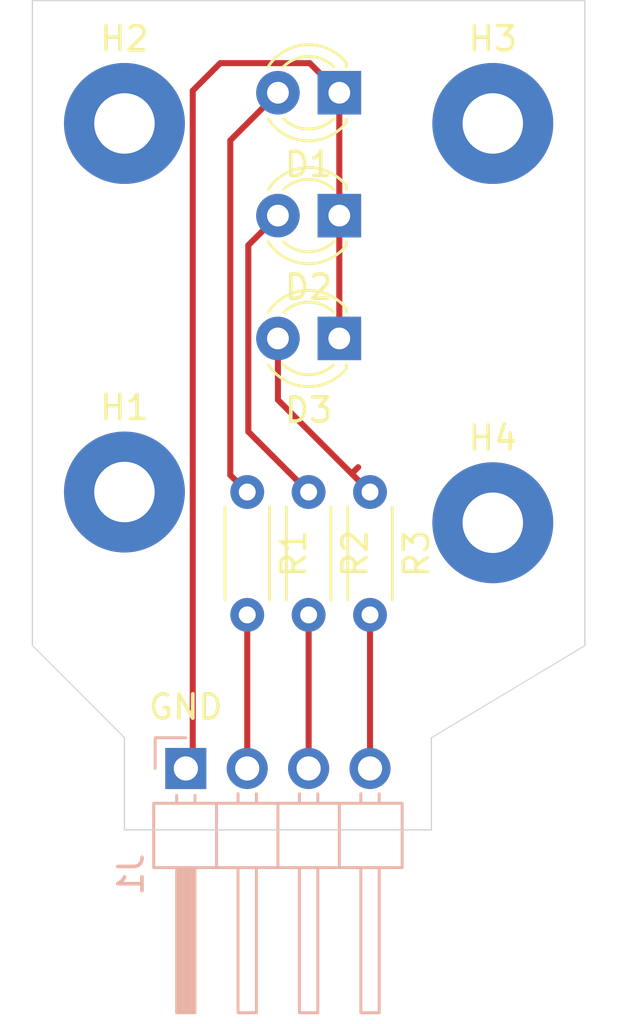
<source format=kicad_pcb>
(kicad_pcb (version 20171130) (host pcbnew "(5.1.9)-1")

  (general
    (thickness 1.6)
    (drawings 9)
    (tracks 19)
    (zones 0)
    (modules 11)
    (nets 8)
  )

  (page A4)
  (layers
    (0 F.Cu signal)
    (31 B.Cu signal)
    (32 B.Adhes user)
    (33 F.Adhes user)
    (34 B.Paste user)
    (35 F.Paste user)
    (36 B.SilkS user)
    (37 F.SilkS user)
    (38 B.Mask user)
    (39 F.Mask user)
    (40 Dwgs.User user)
    (41 Cmts.User user)
    (42 Eco1.User user)
    (43 Eco2.User user)
    (44 Edge.Cuts user)
    (45 Margin user)
    (46 B.CrtYd user)
    (47 F.CrtYd user)
    (48 B.Fab user)
    (49 F.Fab user)
  )

  (setup
    (last_trace_width 0.25)
    (trace_clearance 0.2)
    (zone_clearance 0.508)
    (zone_45_only no)
    (trace_min 0.2)
    (via_size 0.8)
    (via_drill 0.4)
    (via_min_size 0.4)
    (via_min_drill 0.3)
    (uvia_size 0.3)
    (uvia_drill 0.1)
    (uvias_allowed no)
    (uvia_min_size 0.2)
    (uvia_min_drill 0.1)
    (edge_width 0.05)
    (segment_width 0.2)
    (pcb_text_width 0.3)
    (pcb_text_size 1.5 1.5)
    (mod_edge_width 0.12)
    (mod_text_size 1 1)
    (mod_text_width 0.15)
    (pad_size 1.524 1.524)
    (pad_drill 0.762)
    (pad_to_mask_clearance 0)
    (aux_axis_origin 0 0)
    (visible_elements FFFFFF7F)
    (pcbplotparams
      (layerselection 0x010fc_ffffffff)
      (usegerberextensions false)
      (usegerberattributes true)
      (usegerberadvancedattributes true)
      (creategerberjobfile true)
      (excludeedgelayer true)
      (linewidth 0.100000)
      (plotframeref false)
      (viasonmask false)
      (mode 1)
      (useauxorigin false)
      (hpglpennumber 1)
      (hpglpenspeed 20)
      (hpglpendiameter 15.000000)
      (psnegative false)
      (psa4output false)
      (plotreference true)
      (plotvalue true)
      (plotinvisibletext false)
      (padsonsilk false)
      (subtractmaskfromsilk false)
      (outputformat 1)
      (mirror false)
      (drillshape 1)
      (scaleselection 1)
      (outputdirectory ""))
  )

  (net 0 "")
  (net 1 "Net-(D1-Pad1)")
  (net 2 "Net-(D1-Pad2)")
  (net 3 "Net-(D2-Pad2)")
  (net 4 "Net-(D3-Pad2)")
  (net 5 "Net-(J1-Pad2)")
  (net 6 "Net-(J1-Pad3)")
  (net 7 "Net-(J1-Pad4)")

  (net_class Default "This is the default net class."
    (clearance 0.2)
    (trace_width 0.25)
    (via_dia 0.8)
    (via_drill 0.4)
    (uvia_dia 0.3)
    (uvia_drill 0.1)
    (add_net "Net-(D1-Pad1)")
    (add_net "Net-(D1-Pad2)")
    (add_net "Net-(D2-Pad2)")
    (add_net "Net-(D3-Pad2)")
    (add_net "Net-(J1-Pad2)")
    (add_net "Net-(J1-Pad3)")
    (add_net "Net-(J1-Pad4)")
  )

  (module LED_THT:LED_D3.0mm (layer F.Cu) (tedit 587A3A7B) (tstamp 61E62BBF)
    (at 153.67 96.52 180)
    (descr "LED, diameter 3.0mm, 2 pins")
    (tags "LED diameter 3.0mm 2 pins")
    (path /61E68032)
    (fp_text reference D1 (at 1.27 -2.96) (layer F.SilkS)
      (effects (font (size 1 1) (thickness 0.15)))
    )
    (fp_text value LED (at 1.27 2.96) (layer F.Fab)
      (effects (font (size 1 1) (thickness 0.15)))
    )
    (fp_line (start 3.7 -2.25) (end -1.15 -2.25) (layer F.CrtYd) (width 0.05))
    (fp_line (start 3.7 2.25) (end 3.7 -2.25) (layer F.CrtYd) (width 0.05))
    (fp_line (start -1.15 2.25) (end 3.7 2.25) (layer F.CrtYd) (width 0.05))
    (fp_line (start -1.15 -2.25) (end -1.15 2.25) (layer F.CrtYd) (width 0.05))
    (fp_line (start -0.29 1.08) (end -0.29 1.236) (layer F.SilkS) (width 0.12))
    (fp_line (start -0.29 -1.236) (end -0.29 -1.08) (layer F.SilkS) (width 0.12))
    (fp_line (start -0.23 -1.16619) (end -0.23 1.16619) (layer F.Fab) (width 0.1))
    (fp_circle (center 1.27 0) (end 2.77 0) (layer F.Fab) (width 0.1))
    (fp_arc (start 1.27 0) (end -0.23 -1.16619) (angle 284.3) (layer F.Fab) (width 0.1))
    (fp_arc (start 1.27 0) (end -0.29 -1.235516) (angle 108.8) (layer F.SilkS) (width 0.12))
    (fp_arc (start 1.27 0) (end -0.29 1.235516) (angle -108.8) (layer F.SilkS) (width 0.12))
    (fp_arc (start 1.27 0) (end 0.229039 -1.08) (angle 87.9) (layer F.SilkS) (width 0.12))
    (fp_arc (start 1.27 0) (end 0.229039 1.08) (angle -87.9) (layer F.SilkS) (width 0.12))
    (pad 1 thru_hole rect (at 0 0 180) (size 1.8 1.8) (drill 0.9) (layers *.Cu *.Mask)
      (net 1 "Net-(D1-Pad1)"))
    (pad 2 thru_hole circle (at 2.54 0 180) (size 1.8 1.8) (drill 0.9) (layers *.Cu *.Mask)
      (net 2 "Net-(D1-Pad2)"))
    (model ${KISYS3DMOD}/LED_THT.3dshapes/LED_D3.0mm.wrl
      (at (xyz 0 0 0))
      (scale (xyz 1 1 1))
      (rotate (xyz 0 0 0))
    )
  )

  (module LED_THT:LED_D3.0mm (layer F.Cu) (tedit 587A3A7B) (tstamp 61E62BD2)
    (at 153.67 101.6 180)
    (descr "LED, diameter 3.0mm, 2 pins")
    (tags "LED diameter 3.0mm 2 pins")
    (path /61E6D3ED)
    (fp_text reference D2 (at 1.27 -2.96) (layer F.SilkS)
      (effects (font (size 1 1) (thickness 0.15)))
    )
    (fp_text value LED (at 1.27 2.96) (layer F.Fab)
      (effects (font (size 1 1) (thickness 0.15)))
    )
    (fp_arc (start 1.27 0) (end 0.229039 1.08) (angle -87.9) (layer F.SilkS) (width 0.12))
    (fp_arc (start 1.27 0) (end 0.229039 -1.08) (angle 87.9) (layer F.SilkS) (width 0.12))
    (fp_arc (start 1.27 0) (end -0.29 1.235516) (angle -108.8) (layer F.SilkS) (width 0.12))
    (fp_arc (start 1.27 0) (end -0.29 -1.235516) (angle 108.8) (layer F.SilkS) (width 0.12))
    (fp_arc (start 1.27 0) (end -0.23 -1.16619) (angle 284.3) (layer F.Fab) (width 0.1))
    (fp_circle (center 1.27 0) (end 2.77 0) (layer F.Fab) (width 0.1))
    (fp_line (start -0.23 -1.16619) (end -0.23 1.16619) (layer F.Fab) (width 0.1))
    (fp_line (start -0.29 -1.236) (end -0.29 -1.08) (layer F.SilkS) (width 0.12))
    (fp_line (start -0.29 1.08) (end -0.29 1.236) (layer F.SilkS) (width 0.12))
    (fp_line (start -1.15 -2.25) (end -1.15 2.25) (layer F.CrtYd) (width 0.05))
    (fp_line (start -1.15 2.25) (end 3.7 2.25) (layer F.CrtYd) (width 0.05))
    (fp_line (start 3.7 2.25) (end 3.7 -2.25) (layer F.CrtYd) (width 0.05))
    (fp_line (start 3.7 -2.25) (end -1.15 -2.25) (layer F.CrtYd) (width 0.05))
    (pad 2 thru_hole circle (at 2.54 0 180) (size 1.8 1.8) (drill 0.9) (layers *.Cu *.Mask)
      (net 3 "Net-(D2-Pad2)"))
    (pad 1 thru_hole rect (at 0 0 180) (size 1.8 1.8) (drill 0.9) (layers *.Cu *.Mask)
      (net 1 "Net-(D1-Pad1)"))
    (model ${KISYS3DMOD}/LED_THT.3dshapes/LED_D3.0mm.wrl
      (at (xyz 0 0 0))
      (scale (xyz 1 1 1))
      (rotate (xyz 0 0 0))
    )
  )

  (module LED_THT:LED_D3.0mm (layer F.Cu) (tedit 587A3A7B) (tstamp 61E62BE5)
    (at 153.67 106.68 180)
    (descr "LED, diameter 3.0mm, 2 pins")
    (tags "LED diameter 3.0mm 2 pins")
    (path /61E6DC45)
    (fp_text reference D3 (at 1.27 -2.96) (layer F.SilkS)
      (effects (font (size 1 1) (thickness 0.15)))
    )
    (fp_text value LED (at 1.27 2.96) (layer F.Fab)
      (effects (font (size 1 1) (thickness 0.15)))
    )
    (fp_line (start 3.7 -2.25) (end -1.15 -2.25) (layer F.CrtYd) (width 0.05))
    (fp_line (start 3.7 2.25) (end 3.7 -2.25) (layer F.CrtYd) (width 0.05))
    (fp_line (start -1.15 2.25) (end 3.7 2.25) (layer F.CrtYd) (width 0.05))
    (fp_line (start -1.15 -2.25) (end -1.15 2.25) (layer F.CrtYd) (width 0.05))
    (fp_line (start -0.29 1.08) (end -0.29 1.236) (layer F.SilkS) (width 0.12))
    (fp_line (start -0.29 -1.236) (end -0.29 -1.08) (layer F.SilkS) (width 0.12))
    (fp_line (start -0.23 -1.16619) (end -0.23 1.16619) (layer F.Fab) (width 0.1))
    (fp_circle (center 1.27 0) (end 2.77 0) (layer F.Fab) (width 0.1))
    (fp_arc (start 1.27 0) (end -0.23 -1.16619) (angle 284.3) (layer F.Fab) (width 0.1))
    (fp_arc (start 1.27 0) (end -0.29 -1.235516) (angle 108.8) (layer F.SilkS) (width 0.12))
    (fp_arc (start 1.27 0) (end -0.29 1.235516) (angle -108.8) (layer F.SilkS) (width 0.12))
    (fp_arc (start 1.27 0) (end 0.229039 -1.08) (angle 87.9) (layer F.SilkS) (width 0.12))
    (fp_arc (start 1.27 0) (end 0.229039 1.08) (angle -87.9) (layer F.SilkS) (width 0.12))
    (pad 1 thru_hole rect (at 0 0 180) (size 1.8 1.8) (drill 0.9) (layers *.Cu *.Mask)
      (net 1 "Net-(D1-Pad1)"))
    (pad 2 thru_hole circle (at 2.54 0 180) (size 1.8 1.8) (drill 0.9) (layers *.Cu *.Mask)
      (net 4 "Net-(D3-Pad2)"))
    (model ${KISYS3DMOD}/LED_THT.3dshapes/LED_D3.0mm.wrl
      (at (xyz 0 0 0))
      (scale (xyz 1 1 1))
      (rotate (xyz 0 0 0))
    )
  )

  (module MountingHole:MountingHole_2.5mm_Pad (layer F.Cu) (tedit 56D1B4CB) (tstamp 61E62BED)
    (at 144.78 113.03)
    (descr "Mounting Hole 2.5mm")
    (tags "mounting hole 2.5mm")
    (path /61E6DF4C)
    (attr virtual)
    (fp_text reference H1 (at 0 -3.5) (layer F.SilkS)
      (effects (font (size 1 1) (thickness 0.15)))
    )
    (fp_text value MountingHole (at 0 3.5) (layer F.Fab)
      (effects (font (size 1 1) (thickness 0.15)))
    )
    (fp_circle (center 0 0) (end 2.75 0) (layer F.CrtYd) (width 0.05))
    (fp_circle (center 0 0) (end 2.5 0) (layer Cmts.User) (width 0.15))
    (fp_text user %R (at 0.3 0) (layer F.Fab)
      (effects (font (size 1 1) (thickness 0.15)))
    )
    (pad 1 thru_hole circle (at 0 0) (size 5 5) (drill 2.5) (layers *.Cu *.Mask))
  )

  (module MountingHole:MountingHole_2.5mm_Pad (layer F.Cu) (tedit 56D1B4CB) (tstamp 61E62BF5)
    (at 144.78 97.79)
    (descr "Mounting Hole 2.5mm")
    (tags "mounting hole 2.5mm")
    (path /61E6E8EB)
    (attr virtual)
    (fp_text reference H2 (at 0 -3.5) (layer F.SilkS)
      (effects (font (size 1 1) (thickness 0.15)))
    )
    (fp_text value MountingHole (at 0 3.5) (layer F.Fab)
      (effects (font (size 1 1) (thickness 0.15)))
    )
    (fp_text user %R (at 0.3 0) (layer F.Fab)
      (effects (font (size 1 1) (thickness 0.15)))
    )
    (fp_circle (center 0 0) (end 2.5 0) (layer Cmts.User) (width 0.15))
    (fp_circle (center 0 0) (end 2.75 0) (layer F.CrtYd) (width 0.05))
    (pad 1 thru_hole circle (at 0 0) (size 5 5) (drill 2.5) (layers *.Cu *.Mask))
  )

  (module MountingHole:MountingHole_2.5mm_Pad (layer F.Cu) (tedit 56D1B4CB) (tstamp 61E62BFD)
    (at 160.02 97.79)
    (descr "Mounting Hole 2.5mm")
    (tags "mounting hole 2.5mm")
    (path /61E6EC37)
    (attr virtual)
    (fp_text reference H3 (at 0 -3.5) (layer F.SilkS)
      (effects (font (size 1 1) (thickness 0.15)))
    )
    (fp_text value MountingHole (at 0 3.5) (layer F.Fab)
      (effects (font (size 1 1) (thickness 0.15)))
    )
    (fp_circle (center 0 0) (end 2.75 0) (layer F.CrtYd) (width 0.05))
    (fp_circle (center 0 0) (end 2.5 0) (layer Cmts.User) (width 0.15))
    (fp_text user %R (at 0.3 0) (layer F.Fab)
      (effects (font (size 1 1) (thickness 0.15)))
    )
    (pad 1 thru_hole circle (at 0 0) (size 5 5) (drill 2.5) (layers *.Cu *.Mask))
  )

  (module MountingHole:MountingHole_2.5mm_Pad (layer F.Cu) (tedit 56D1B4CB) (tstamp 61E62C05)
    (at 160.02 114.3)
    (descr "Mounting Hole 2.5mm")
    (tags "mounting hole 2.5mm")
    (path /61E6EF52)
    (attr virtual)
    (fp_text reference H4 (at 0 -3.5) (layer F.SilkS)
      (effects (font (size 1 1) (thickness 0.15)))
    )
    (fp_text value MountingHole (at 0 3.5) (layer F.Fab)
      (effects (font (size 1 1) (thickness 0.15)))
    )
    (fp_text user %R (at 0.3 0) (layer F.Fab)
      (effects (font (size 1 1) (thickness 0.15)))
    )
    (fp_circle (center 0 0) (end 2.5 0) (layer Cmts.User) (width 0.15))
    (fp_circle (center 0 0) (end 2.75 0) (layer F.CrtYd) (width 0.05))
    (pad 1 thru_hole circle (at 0 0) (size 5 5) (drill 2.5) (layers *.Cu *.Mask))
  )

  (module Connector_PinHeader_2.54mm:PinHeader_1x04_P2.54mm_Horizontal (layer B.Cu) (tedit 59FED5CB) (tstamp 61E62C52)
    (at 147.32 124.46 270)
    (descr "Through hole angled pin header, 1x04, 2.54mm pitch, 6mm pin length, single row")
    (tags "Through hole angled pin header THT 1x04 2.54mm single row")
    (path /61E6A1E6)
    (fp_text reference J1 (at 4.385 2.27 270) (layer B.SilkS)
      (effects (font (size 1 1) (thickness 0.15)) (justify mirror))
    )
    (fp_text value Conn_01x04 (at 4.385 -9.89 270) (layer B.Fab)
      (effects (font (size 1 1) (thickness 0.15)) (justify mirror))
    )
    (fp_line (start 10.55 1.8) (end -1.8 1.8) (layer B.CrtYd) (width 0.05))
    (fp_line (start 10.55 -9.4) (end 10.55 1.8) (layer B.CrtYd) (width 0.05))
    (fp_line (start -1.8 -9.4) (end 10.55 -9.4) (layer B.CrtYd) (width 0.05))
    (fp_line (start -1.8 1.8) (end -1.8 -9.4) (layer B.CrtYd) (width 0.05))
    (fp_line (start -1.27 1.27) (end 0 1.27) (layer B.SilkS) (width 0.12))
    (fp_line (start -1.27 0) (end -1.27 1.27) (layer B.SilkS) (width 0.12))
    (fp_line (start 1.042929 -8) (end 1.44 -8) (layer B.SilkS) (width 0.12))
    (fp_line (start 1.042929 -7.24) (end 1.44 -7.24) (layer B.SilkS) (width 0.12))
    (fp_line (start 10.1 -8) (end 4.1 -8) (layer B.SilkS) (width 0.12))
    (fp_line (start 10.1 -7.24) (end 10.1 -8) (layer B.SilkS) (width 0.12))
    (fp_line (start 4.1 -7.24) (end 10.1 -7.24) (layer B.SilkS) (width 0.12))
    (fp_line (start 1.44 -6.35) (end 4.1 -6.35) (layer B.SilkS) (width 0.12))
    (fp_line (start 1.042929 -5.46) (end 1.44 -5.46) (layer B.SilkS) (width 0.12))
    (fp_line (start 1.042929 -4.7) (end 1.44 -4.7) (layer B.SilkS) (width 0.12))
    (fp_line (start 10.1 -5.46) (end 4.1 -5.46) (layer B.SilkS) (width 0.12))
    (fp_line (start 10.1 -4.7) (end 10.1 -5.46) (layer B.SilkS) (width 0.12))
    (fp_line (start 4.1 -4.7) (end 10.1 -4.7) (layer B.SilkS) (width 0.12))
    (fp_line (start 1.44 -3.81) (end 4.1 -3.81) (layer B.SilkS) (width 0.12))
    (fp_line (start 1.042929 -2.92) (end 1.44 -2.92) (layer B.SilkS) (width 0.12))
    (fp_line (start 1.042929 -2.16) (end 1.44 -2.16) (layer B.SilkS) (width 0.12))
    (fp_line (start 10.1 -2.92) (end 4.1 -2.92) (layer B.SilkS) (width 0.12))
    (fp_line (start 10.1 -2.16) (end 10.1 -2.92) (layer B.SilkS) (width 0.12))
    (fp_line (start 4.1 -2.16) (end 10.1 -2.16) (layer B.SilkS) (width 0.12))
    (fp_line (start 1.44 -1.27) (end 4.1 -1.27) (layer B.SilkS) (width 0.12))
    (fp_line (start 1.11 -0.38) (end 1.44 -0.38) (layer B.SilkS) (width 0.12))
    (fp_line (start 1.11 0.38) (end 1.44 0.38) (layer B.SilkS) (width 0.12))
    (fp_line (start 4.1 -0.28) (end 10.1 -0.28) (layer B.SilkS) (width 0.12))
    (fp_line (start 4.1 -0.16) (end 10.1 -0.16) (layer B.SilkS) (width 0.12))
    (fp_line (start 4.1 -0.04) (end 10.1 -0.04) (layer B.SilkS) (width 0.12))
    (fp_line (start 4.1 0.08) (end 10.1 0.08) (layer B.SilkS) (width 0.12))
    (fp_line (start 4.1 0.2) (end 10.1 0.2) (layer B.SilkS) (width 0.12))
    (fp_line (start 4.1 0.32) (end 10.1 0.32) (layer B.SilkS) (width 0.12))
    (fp_line (start 10.1 -0.38) (end 4.1 -0.38) (layer B.SilkS) (width 0.12))
    (fp_line (start 10.1 0.38) (end 10.1 -0.38) (layer B.SilkS) (width 0.12))
    (fp_line (start 4.1 0.38) (end 10.1 0.38) (layer B.SilkS) (width 0.12))
    (fp_line (start 4.1 1.33) (end 1.44 1.33) (layer B.SilkS) (width 0.12))
    (fp_line (start 4.1 -8.95) (end 4.1 1.33) (layer B.SilkS) (width 0.12))
    (fp_line (start 1.44 -8.95) (end 4.1 -8.95) (layer B.SilkS) (width 0.12))
    (fp_line (start 1.44 1.33) (end 1.44 -8.95) (layer B.SilkS) (width 0.12))
    (fp_line (start 4.04 -7.94) (end 10.04 -7.94) (layer B.Fab) (width 0.1))
    (fp_line (start 10.04 -7.3) (end 10.04 -7.94) (layer B.Fab) (width 0.1))
    (fp_line (start 4.04 -7.3) (end 10.04 -7.3) (layer B.Fab) (width 0.1))
    (fp_line (start -0.32 -7.94) (end 1.5 -7.94) (layer B.Fab) (width 0.1))
    (fp_line (start -0.32 -7.3) (end -0.32 -7.94) (layer B.Fab) (width 0.1))
    (fp_line (start -0.32 -7.3) (end 1.5 -7.3) (layer B.Fab) (width 0.1))
    (fp_line (start 4.04 -5.4) (end 10.04 -5.4) (layer B.Fab) (width 0.1))
    (fp_line (start 10.04 -4.76) (end 10.04 -5.4) (layer B.Fab) (width 0.1))
    (fp_line (start 4.04 -4.76) (end 10.04 -4.76) (layer B.Fab) (width 0.1))
    (fp_line (start -0.32 -5.4) (end 1.5 -5.4) (layer B.Fab) (width 0.1))
    (fp_line (start -0.32 -4.76) (end -0.32 -5.4) (layer B.Fab) (width 0.1))
    (fp_line (start -0.32 -4.76) (end 1.5 -4.76) (layer B.Fab) (width 0.1))
    (fp_line (start 4.04 -2.86) (end 10.04 -2.86) (layer B.Fab) (width 0.1))
    (fp_line (start 10.04 -2.22) (end 10.04 -2.86) (layer B.Fab) (width 0.1))
    (fp_line (start 4.04 -2.22) (end 10.04 -2.22) (layer B.Fab) (width 0.1))
    (fp_line (start -0.32 -2.86) (end 1.5 -2.86) (layer B.Fab) (width 0.1))
    (fp_line (start -0.32 -2.22) (end -0.32 -2.86) (layer B.Fab) (width 0.1))
    (fp_line (start -0.32 -2.22) (end 1.5 -2.22) (layer B.Fab) (width 0.1))
    (fp_line (start 4.04 -0.32) (end 10.04 -0.32) (layer B.Fab) (width 0.1))
    (fp_line (start 10.04 0.32) (end 10.04 -0.32) (layer B.Fab) (width 0.1))
    (fp_line (start 4.04 0.32) (end 10.04 0.32) (layer B.Fab) (width 0.1))
    (fp_line (start -0.32 -0.32) (end 1.5 -0.32) (layer B.Fab) (width 0.1))
    (fp_line (start -0.32 0.32) (end -0.32 -0.32) (layer B.Fab) (width 0.1))
    (fp_line (start -0.32 0.32) (end 1.5 0.32) (layer B.Fab) (width 0.1))
    (fp_line (start 1.5 0.635) (end 2.135 1.27) (layer B.Fab) (width 0.1))
    (fp_line (start 1.5 -8.89) (end 1.5 0.635) (layer B.Fab) (width 0.1))
    (fp_line (start 4.04 -8.89) (end 1.5 -8.89) (layer B.Fab) (width 0.1))
    (fp_line (start 4.04 1.27) (end 4.04 -8.89) (layer B.Fab) (width 0.1))
    (fp_line (start 2.135 1.27) (end 4.04 1.27) (layer B.Fab) (width 0.1))
    (fp_text user %R (at 2.77 -3.81) (layer B.Fab)
      (effects (font (size 1 1) (thickness 0.15)) (justify mirror))
    )
    (pad 1 thru_hole rect (at 0 0 270) (size 1.7 1.7) (drill 1) (layers *.Cu *.Mask)
      (net 1 "Net-(D1-Pad1)"))
    (pad 2 thru_hole oval (at 0 -2.54 270) (size 1.7 1.7) (drill 1) (layers *.Cu *.Mask)
      (net 5 "Net-(J1-Pad2)"))
    (pad 3 thru_hole oval (at 0 -5.08 270) (size 1.7 1.7) (drill 1) (layers *.Cu *.Mask)
      (net 6 "Net-(J1-Pad3)"))
    (pad 4 thru_hole oval (at 0 -7.62 270) (size 1.7 1.7) (drill 1) (layers *.Cu *.Mask)
      (net 7 "Net-(J1-Pad4)"))
    (model ${KISYS3DMOD}/Connector_PinHeader_2.54mm.3dshapes/PinHeader_1x04_P2.54mm_Horizontal.wrl
      (at (xyz 0 0 0))
      (scale (xyz 1 1 1))
      (rotate (xyz 0 0 0))
    )
  )

  (module Resistor_THT:R_Axial_DIN0204_L3.6mm_D1.6mm_P5.08mm_Horizontal (layer F.Cu) (tedit 5AE5139B) (tstamp 61E62C65)
    (at 149.86 113.03 270)
    (descr "Resistor, Axial_DIN0204 series, Axial, Horizontal, pin pitch=5.08mm, 0.167W, length*diameter=3.6*1.6mm^2, http://cdn-reichelt.de/documents/datenblatt/B400/1_4W%23YAG.pdf")
    (tags "Resistor Axial_DIN0204 series Axial Horizontal pin pitch 5.08mm 0.167W length 3.6mm diameter 1.6mm")
    (path /61E695B0)
    (fp_text reference R1 (at 2.54 -1.92 90) (layer F.SilkS)
      (effects (font (size 1 1) (thickness 0.15)))
    )
    (fp_text value R (at 2.54 1.92 90) (layer F.Fab)
      (effects (font (size 1 1) (thickness 0.15)))
    )
    (fp_line (start 6.03 -1.05) (end -0.95 -1.05) (layer F.CrtYd) (width 0.05))
    (fp_line (start 6.03 1.05) (end 6.03 -1.05) (layer F.CrtYd) (width 0.05))
    (fp_line (start -0.95 1.05) (end 6.03 1.05) (layer F.CrtYd) (width 0.05))
    (fp_line (start -0.95 -1.05) (end -0.95 1.05) (layer F.CrtYd) (width 0.05))
    (fp_line (start 0.62 0.92) (end 4.46 0.92) (layer F.SilkS) (width 0.12))
    (fp_line (start 0.62 -0.92) (end 4.46 -0.92) (layer F.SilkS) (width 0.12))
    (fp_line (start 5.08 0) (end 4.34 0) (layer F.Fab) (width 0.1))
    (fp_line (start 0 0) (end 0.74 0) (layer F.Fab) (width 0.1))
    (fp_line (start 4.34 -0.8) (end 0.74 -0.8) (layer F.Fab) (width 0.1))
    (fp_line (start 4.34 0.8) (end 4.34 -0.8) (layer F.Fab) (width 0.1))
    (fp_line (start 0.74 0.8) (end 4.34 0.8) (layer F.Fab) (width 0.1))
    (fp_line (start 0.74 -0.8) (end 0.74 0.8) (layer F.Fab) (width 0.1))
    (fp_text user %R (at 2.54 0 90) (layer F.Fab)
      (effects (font (size 0.72 0.72) (thickness 0.108)))
    )
    (pad 1 thru_hole circle (at 0 0 270) (size 1.4 1.4) (drill 0.7) (layers *.Cu *.Mask)
      (net 2 "Net-(D1-Pad2)"))
    (pad 2 thru_hole oval (at 5.08 0 270) (size 1.4 1.4) (drill 0.7) (layers *.Cu *.Mask)
      (net 5 "Net-(J1-Pad2)"))
    (model ${KISYS3DMOD}/Resistor_THT.3dshapes/R_Axial_DIN0204_L3.6mm_D1.6mm_P5.08mm_Horizontal.wrl
      (at (xyz 0 0 0))
      (scale (xyz 1 1 1))
      (rotate (xyz 0 0 0))
    )
  )

  (module Resistor_THT:R_Axial_DIN0204_L3.6mm_D1.6mm_P5.08mm_Horizontal (layer F.Cu) (tedit 5AE5139B) (tstamp 61E62C78)
    (at 152.4 113.03 270)
    (descr "Resistor, Axial_DIN0204 series, Axial, Horizontal, pin pitch=5.08mm, 0.167W, length*diameter=3.6*1.6mm^2, http://cdn-reichelt.de/documents/datenblatt/B400/1_4W%23YAG.pdf")
    (tags "Resistor Axial_DIN0204 series Axial Horizontal pin pitch 5.08mm 0.167W length 3.6mm diameter 1.6mm")
    (path /61E6D3F3)
    (fp_text reference R2 (at 2.54 -1.92 90) (layer F.SilkS)
      (effects (font (size 1 1) (thickness 0.15)))
    )
    (fp_text value R (at 2.54 1.92 90) (layer F.Fab)
      (effects (font (size 1 1) (thickness 0.15)))
    )
    (fp_text user %R (at 2.54 0 90) (layer F.Fab)
      (effects (font (size 0.72 0.72) (thickness 0.108)))
    )
    (fp_line (start 0.74 -0.8) (end 0.74 0.8) (layer F.Fab) (width 0.1))
    (fp_line (start 0.74 0.8) (end 4.34 0.8) (layer F.Fab) (width 0.1))
    (fp_line (start 4.34 0.8) (end 4.34 -0.8) (layer F.Fab) (width 0.1))
    (fp_line (start 4.34 -0.8) (end 0.74 -0.8) (layer F.Fab) (width 0.1))
    (fp_line (start 0 0) (end 0.74 0) (layer F.Fab) (width 0.1))
    (fp_line (start 5.08 0) (end 4.34 0) (layer F.Fab) (width 0.1))
    (fp_line (start 0.62 -0.92) (end 4.46 -0.92) (layer F.SilkS) (width 0.12))
    (fp_line (start 0.62 0.92) (end 4.46 0.92) (layer F.SilkS) (width 0.12))
    (fp_line (start -0.95 -1.05) (end -0.95 1.05) (layer F.CrtYd) (width 0.05))
    (fp_line (start -0.95 1.05) (end 6.03 1.05) (layer F.CrtYd) (width 0.05))
    (fp_line (start 6.03 1.05) (end 6.03 -1.05) (layer F.CrtYd) (width 0.05))
    (fp_line (start 6.03 -1.05) (end -0.95 -1.05) (layer F.CrtYd) (width 0.05))
    (pad 2 thru_hole oval (at 5.08 0 270) (size 1.4 1.4) (drill 0.7) (layers *.Cu *.Mask)
      (net 6 "Net-(J1-Pad3)"))
    (pad 1 thru_hole circle (at 0 0 270) (size 1.4 1.4) (drill 0.7) (layers *.Cu *.Mask)
      (net 3 "Net-(D2-Pad2)"))
    (model ${KISYS3DMOD}/Resistor_THT.3dshapes/R_Axial_DIN0204_L3.6mm_D1.6mm_P5.08mm_Horizontal.wrl
      (at (xyz 0 0 0))
      (scale (xyz 1 1 1))
      (rotate (xyz 0 0 0))
    )
  )

  (module Resistor_THT:R_Axial_DIN0204_L3.6mm_D1.6mm_P5.08mm_Horizontal (layer F.Cu) (tedit 5AE5139B) (tstamp 61E62C8B)
    (at 154.94 113.03 270)
    (descr "Resistor, Axial_DIN0204 series, Axial, Horizontal, pin pitch=5.08mm, 0.167W, length*diameter=3.6*1.6mm^2, http://cdn-reichelt.de/documents/datenblatt/B400/1_4W%23YAG.pdf")
    (tags "Resistor Axial_DIN0204 series Axial Horizontal pin pitch 5.08mm 0.167W length 3.6mm diameter 1.6mm")
    (path /61E6DC4B)
    (fp_text reference R3 (at 2.54 -1.92 90) (layer F.SilkS)
      (effects (font (size 1 1) (thickness 0.15)))
    )
    (fp_text value R (at 2.54 1.92 90) (layer F.Fab)
      (effects (font (size 1 1) (thickness 0.15)))
    )
    (fp_line (start 6.03 -1.05) (end -0.95 -1.05) (layer F.CrtYd) (width 0.05))
    (fp_line (start 6.03 1.05) (end 6.03 -1.05) (layer F.CrtYd) (width 0.05))
    (fp_line (start -0.95 1.05) (end 6.03 1.05) (layer F.CrtYd) (width 0.05))
    (fp_line (start -0.95 -1.05) (end -0.95 1.05) (layer F.CrtYd) (width 0.05))
    (fp_line (start 0.62 0.92) (end 4.46 0.92) (layer F.SilkS) (width 0.12))
    (fp_line (start 0.62 -0.92) (end 4.46 -0.92) (layer F.SilkS) (width 0.12))
    (fp_line (start 5.08 0) (end 4.34 0) (layer F.Fab) (width 0.1))
    (fp_line (start 0 0) (end 0.74 0) (layer F.Fab) (width 0.1))
    (fp_line (start 4.34 -0.8) (end 0.74 -0.8) (layer F.Fab) (width 0.1))
    (fp_line (start 4.34 0.8) (end 4.34 -0.8) (layer F.Fab) (width 0.1))
    (fp_line (start 0.74 0.8) (end 4.34 0.8) (layer F.Fab) (width 0.1))
    (fp_line (start 0.74 -0.8) (end 0.74 0.8) (layer F.Fab) (width 0.1))
    (fp_text user %R (at 2.54 0 90) (layer F.Fab)
      (effects (font (size 0.72 0.72) (thickness 0.108)))
    )
    (pad 1 thru_hole circle (at 0 0 270) (size 1.4 1.4) (drill 0.7) (layers *.Cu *.Mask)
      (net 4 "Net-(D3-Pad2)"))
    (pad 2 thru_hole oval (at 5.08 0 270) (size 1.4 1.4) (drill 0.7) (layers *.Cu *.Mask)
      (net 7 "Net-(J1-Pad4)"))
    (model ${KISYS3DMOD}/Resistor_THT.3dshapes/R_Axial_DIN0204_L3.6mm_D1.6mm_P5.08mm_Horizontal.wrl
      (at (xyz 0 0 0))
      (scale (xyz 1 1 1))
      (rotate (xyz 0 0 0))
    )
  )

  (gr_text "GND\n" (at 147.32 121.92) (layer F.SilkS)
    (effects (font (size 1 1) (thickness 0.15)))
  )
  (gr_line (start 140.97 92.71) (end 163.83 92.71) (layer Edge.Cuts) (width 0.05) (tstamp 61E639A6))
  (gr_line (start 140.97 119.38) (end 140.97 92.71) (layer Edge.Cuts) (width 0.05))
  (gr_line (start 144.78 123.19) (end 140.97 119.38) (layer Edge.Cuts) (width 0.05))
  (gr_line (start 144.78 127) (end 144.78 123.19) (layer Edge.Cuts) (width 0.05))
  (gr_line (start 157.48 127) (end 144.78 127) (layer Edge.Cuts) (width 0.05))
  (gr_line (start 157.48 123.19) (end 157.48 127) (layer Edge.Cuts) (width 0.05))
  (gr_line (start 163.83 119.38) (end 157.48 123.19) (layer Edge.Cuts) (width 0.05))
  (gr_line (start 163.83 92.71) (end 163.83 119.38) (layer Edge.Cuts) (width 0.05))

  (segment (start 153.67 96.52) (end 153.67 101.6) (width 0.25) (layer F.Cu) (net 1))
  (segment (start 153.67 101.6) (end 153.67 106.68) (width 0.25) (layer F.Cu) (net 1))
  (segment (start 147.605001 124.174999) (end 147.32 124.46) (width 0.25) (layer F.Cu) (net 1))
  (segment (start 147.605001 96.433999) (end 147.605001 124.174999) (width 0.25) (layer F.Cu) (net 1))
  (segment (start 148.744001 95.294999) (end 147.605001 96.433999) (width 0.25) (layer F.Cu) (net 1))
  (segment (start 152.444999 95.294999) (end 148.744001 95.294999) (width 0.25) (layer F.Cu) (net 1))
  (segment (start 153.67 96.52) (end 152.444999 95.294999) (width 0.25) (layer F.Cu) (net 1))
  (segment (start 149.160001 112.330001) (end 149.86 113.03) (width 0.25) (layer F.Cu) (net 2))
  (segment (start 149.160001 98.489999) (end 149.160001 112.330001) (width 0.25) (layer F.Cu) (net 2))
  (segment (start 151.13 96.52) (end 149.160001 98.489999) (width 0.25) (layer F.Cu) (net 2))
  (segment (start 149.904999 110.534999) (end 152.4 113.03) (width 0.25) (layer F.Cu) (net 3))
  (segment (start 149.904999 102.825001) (end 149.904999 110.534999) (width 0.25) (layer F.Cu) (net 3))
  (segment (start 151.13 101.6) (end 149.904999 102.825001) (width 0.25) (layer F.Cu) (net 3))
  (segment (start 154.241499 112.211499) (end 154.447999 112.004999) (width 0.25) (layer F.Cu) (net 4))
  (segment (start 151.13 109.22) (end 154.94 113.03) (width 0.25) (layer F.Cu) (net 4))
  (segment (start 151.13 106.68) (end 151.13 109.22) (width 0.25) (layer F.Cu) (net 4))
  (segment (start 149.86 118.11) (end 149.86 124.46) (width 0.25) (layer F.Cu) (net 5))
  (segment (start 152.4 118.11) (end 152.4 124.46) (width 0.25) (layer F.Cu) (net 6))
  (segment (start 154.94 118.11) (end 154.94 124.46) (width 0.25) (layer F.Cu) (net 7))

)

</source>
